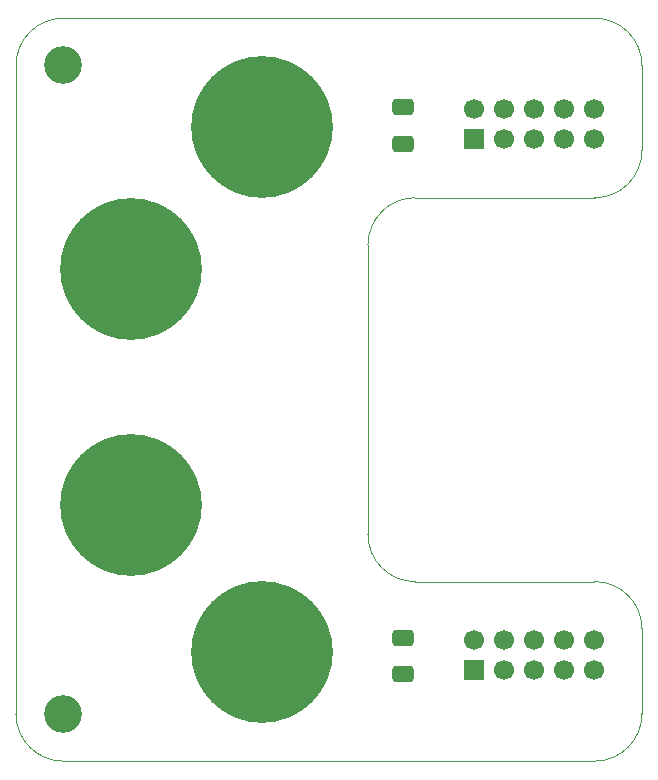
<source format=gts>
G04 #@! TF.GenerationSoftware,KiCad,Pcbnew,9.0.3*
G04 #@! TF.CreationDate,2025-08-14T23:55:57-06:00*
G04 #@! TF.ProjectId,ProtoboardSourcePCB,50726f74-6f62-46f6-9172-64536f757263,rev?*
G04 #@! TF.SameCoordinates,Original*
G04 #@! TF.FileFunction,Soldermask,Top*
G04 #@! TF.FilePolarity,Negative*
%FSLAX46Y46*%
G04 Gerber Fmt 4.6, Leading zero omitted, Abs format (unit mm)*
G04 Created by KiCad (PCBNEW 9.0.3) date 2025-08-14 23:55:57*
%MOMM*%
%LPD*%
G01*
G04 APERTURE LIST*
G04 Aperture macros list*
%AMRoundRect*
0 Rectangle with rounded corners*
0 $1 Rounding radius*
0 $2 $3 $4 $5 $6 $7 $8 $9 X,Y pos of 4 corners*
0 Add a 4 corners polygon primitive as box body*
4,1,4,$2,$3,$4,$5,$6,$7,$8,$9,$2,$3,0*
0 Add four circle primitives for the rounded corners*
1,1,$1+$1,$2,$3*
1,1,$1+$1,$4,$5*
1,1,$1+$1,$6,$7*
1,1,$1+$1,$8,$9*
0 Add four rect primitives between the rounded corners*
20,1,$1+$1,$2,$3,$4,$5,0*
20,1,$1+$1,$4,$5,$6,$7,0*
20,1,$1+$1,$6,$7,$8,$9,0*
20,1,$1+$1,$8,$9,$2,$3,0*%
G04 Aperture macros list end*
%ADD10C,3.200000*%
%ADD11RoundRect,0.250000X0.650000X-0.412500X0.650000X0.412500X-0.650000X0.412500X-0.650000X-0.412500X0*%
%ADD12C,12.000000*%
%ADD13R,1.700000X1.700000*%
%ADD14C,1.700000*%
%ADD15RoundRect,0.250000X-0.650000X0.412500X-0.650000X-0.412500X0.650000X-0.412500X0.650000X0.412500X0*%
G04 #@! TA.AperFunction,Profile*
%ADD16C,0.050000*%
G04 #@! TD*
G04 APERTURE END LIST*
D10*
X114200000Y-98700000D03*
X114200000Y-43800000D03*
D11*
X143000000Y-50462500D03*
X143000000Y-47337500D03*
D12*
X131000000Y-93500000D03*
X119900000Y-61000000D03*
D13*
X149000000Y-95000000D03*
D14*
X149000000Y-92460000D03*
X151540000Y-95000000D03*
X151540000Y-92460000D03*
X154080000Y-95000000D03*
X154080000Y-92460000D03*
X156620000Y-95000000D03*
X156620000Y-92460000D03*
X159160000Y-95000000D03*
X159160000Y-92460000D03*
D15*
X143000000Y-92237500D03*
X143000000Y-95362500D03*
D12*
X131000000Y-49000000D03*
D13*
X149000000Y-50000000D03*
D14*
X149000000Y-47460000D03*
X151540000Y-50000000D03*
X151540000Y-47460000D03*
X154080000Y-50000000D03*
X154080000Y-47460000D03*
X156620000Y-50000000D03*
X156620000Y-47460000D03*
X159160000Y-50000000D03*
X159160000Y-47460000D03*
D12*
X119900000Y-81000000D03*
D16*
X159200000Y-39800000D02*
G75*
G02*
X163200000Y-43800000I0J-4000000D01*
G01*
X144000000Y-87500000D02*
G75*
G02*
X140000000Y-83500000I0J4000000D01*
G01*
X144000000Y-87500000D02*
X159171573Y-87500000D01*
X163200000Y-51000000D02*
G75*
G02*
X159200000Y-55000000I-4000000J0D01*
G01*
X159171573Y-87500000D02*
G75*
G02*
X163200000Y-91471573I28427J-4000000D01*
G01*
X163200000Y-98671573D02*
G75*
G02*
X159228427Y-102700000I-4000000J-28427D01*
G01*
X110200000Y-43800000D02*
G75*
G02*
X114200000Y-39800000I4000000J0D01*
G01*
X163200000Y-91471575D02*
X163200000Y-98671573D01*
X114228427Y-102699999D02*
X159228427Y-102700000D01*
X144000000Y-55000000D02*
X159200000Y-55000000D01*
X140000000Y-59000000D02*
X140000000Y-83500000D01*
X110200000Y-43800000D02*
X110200000Y-98728427D01*
X114228427Y-102700000D02*
G75*
G02*
X110200000Y-98728427I-28427J4000000D01*
G01*
X163200000Y-43800000D02*
X163200000Y-51000000D01*
X140000000Y-59000000D02*
G75*
G02*
X144000000Y-55000000I4000000J0D01*
G01*
X114200000Y-39800000D02*
X159200000Y-39800000D01*
M02*

</source>
